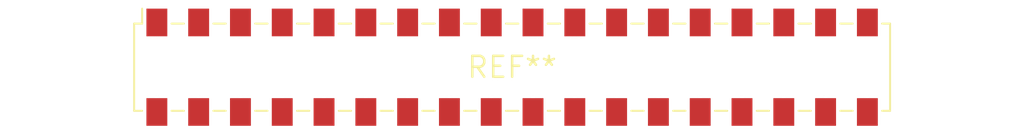
<source format=kicad_pcb>
(kicad_pcb (version 20240108) (generator pcbnew)
  (layers (0 "F.Cu" signal) (31 "B.Cu" signal) (34 "B.Paste" user) (35 "F.Paste" user) (36 "B.SilkS" user "B.Silkscreen") (37 "F.SilkS" user "F.Silkscreen") (38 "B.Mask" user) (39 "F.Mask" user) (44 "Edge.Cuts" user))
  (net 0 "")
  (footprint "Samtec_HLE-118-02-xxx-DV-BE-A_2x18_P2.54mm_Horizontal" (layer "F.Cu") (at 0 0)
    (property "Reference" "REF**")
    (property "Value" "Samtec_HLE-118-02-xxx-DV-BE-A_2x18_P2.54mm_Horizontal")
    (fp_line (start -22.97 -2.65) (end -22.97 2.65) (layer "F.SilkS") (stroke (width 0.12)))
    (fp_line (start -22.97 2.65) (end -22.485 2.65) (layer "F.SilkS") (stroke (width 0.12)))
    (fp_line (start -22.485 -3.56) (end -22.485 -2.65) (layer "F.SilkS") (stroke (width 0.12)))
    (fp_line (start -22.485 -2.65) (end -22.97 -2.65) (layer "F.SilkS") (stroke (width 0.12)))
    (fp_line (start -20.695 -2.65) (end -19.945 -2.65) (layer "F.SilkS") (stroke (width 0.12)))
    (fp_line (start -20.695 2.65) (end -19.945 2.65) (layer "F.SilkS") (stroke (width 0.12)))
    (fp_line (start -18.155 -2.65) (end -17.405 -2.65) (layer "F.SilkS") (stroke (width 0.12)))
    (fp_line (start -18.155 2.65) (end -17.405 2.65) (layer "F.SilkS") (stroke (width 0.12)))
    (fp_line (start -15.615 -2.65) (end -14.865 -2.65) (layer "F.SilkS") (stroke (width 0.12)))
    (fp_line (start -15.615 2.65) (end -14.865 2.65) (layer "F.SilkS") (stroke (width 0.12)))
    (fp_line (start -13.075 -2.65) (end -12.325 -2.65) (layer "F.SilkS") (stroke (width 0.12)))
    (fp_line (start -13.075 2.65) (end -12.325 2.65) (layer "F.SilkS") (stroke (width 0.12)))
    (fp_line (start -10.535 -2.65) (end -9.785 -2.65) (layer "F.SilkS") (stroke (width 0.12)))
    (fp_line (start -10.535 2.65) (end -9.785 2.65) (layer "F.SilkS") (stroke (width 0.12)))
    (fp_line (start -7.995 -2.65) (end -7.245 -2.65) (layer "F.SilkS") (stroke (width 0.12)))
    (fp_line (start -7.995 2.65) (end -7.245 2.65) (layer "F.SilkS") (stroke (width 0.12)))
    (fp_line (start -5.455 -2.65) (end -4.705 -2.65) (layer "F.SilkS") (stroke (width 0.12)))
    (fp_line (start -5.455 2.65) (end -4.705 2.65) (layer "F.SilkS") (stroke (width 0.12)))
    (fp_line (start -2.915 -2.65) (end -2.165 -2.65) (layer "F.SilkS") (stroke (width 0.12)))
    (fp_line (start -2.915 2.65) (end -2.165 2.65) (layer "F.SilkS") (stroke (width 0.12)))
    (fp_line (start -0.375 -2.65) (end 0.375 -2.65) (layer "F.SilkS") (stroke (width 0.12)))
    (fp_line (start -0.375 2.65) (end 0.375 2.65) (layer "F.SilkS") (stroke (width 0.12)))
    (fp_line (start 2.165 -2.65) (end 2.915 -2.65) (layer "F.SilkS") (stroke (width 0.12)))
    (fp_line (start 2.165 2.65) (end 2.915 2.65) (layer "F.SilkS") (stroke (width 0.12)))
    (fp_line (start 4.705 -2.65) (end 5.455 -2.65) (layer "F.SilkS") (stroke (width 0.12)))
    (fp_line (start 4.705 2.65) (end 5.455 2.65) (layer "F.SilkS") (stroke (width 0.12)))
    (fp_line (start 7.245 -2.65) (end 7.995 -2.65) (layer "F.SilkS") (stroke (width 0.12)))
    (fp_line (start 7.245 2.65) (end 7.995 2.65) (layer "F.SilkS") (stroke (width 0.12)))
    (fp_line (start 9.785 -2.65) (end 10.535 -2.65) (layer "F.SilkS") (stroke (width 0.12)))
    (fp_line (start 9.785 2.65) (end 10.535 2.65) (layer "F.SilkS") (stroke (width 0.12)))
    (fp_line (start 12.325 -2.65) (end 13.075 -2.65) (layer "F.SilkS") (stroke (width 0.12)))
    (fp_line (start 12.325 2.65) (end 13.075 2.65) (layer "F.SilkS") (stroke (width 0.12)))
    (fp_line (start 14.865 -2.65) (end 15.615 -2.65) (layer "F.SilkS") (stroke (width 0.12)))
    (fp_line (start 14.865 2.65) (end 15.615 2.65) (layer "F.SilkS") (stroke (width 0.12)))
    (fp_line (start 17.405 -2.65) (end 18.155 -2.65) (layer "F.SilkS") (stroke (width 0.12)))
    (fp_line (start 17.405 2.65) (end 18.155 2.65) (layer "F.SilkS") (stroke (width 0.12)))
    (fp_line (start 19.945 -2.65) (end 20.695 -2.65) (layer "F.SilkS") (stroke (width 0.12)))
    (fp_line (start 19.945 2.65) (end 20.695 2.65) (layer "F.SilkS") (stroke (width 0.12)))
    (fp_line (start 22.485 -2.65) (end 22.97 -2.65) (layer "F.SilkS") (stroke (width 0.12)))
    (fp_line (start 22.97 -2.65) (end 22.97 2.65) (layer "F.SilkS") (stroke (width 0.12)))
    (fp_line (start 22.97 2.65) (end 22.485 2.65) (layer "F.SilkS") (stroke (width 0.12)))
    (pad "" np_thru_hole circle (at -21.59 -1.27) (size 0.97 0.97) (drill 0.97) (layers *.Cu *.Mask))
    (pad "" np_thru_hole circle (at -21.59 1.27) (size 0.97 0.97) (drill 0.97) (layers *.Cu *.Mask))
    (pad "" np_thru_hole circle (at -20.32 0) (size 1.78 1.78) (drill 1.78) (layers *.Cu *.Mask))
    (pad "" np_thru_hole circle (at -19.05 -1.27) (size 0.97 0.97) (drill 0.97) (layers *.Cu *.Mask))
    (pad "" np_thru_hole circle (at -19.05 1.27) (size 0.97 0.97) (drill 0.97) (layers *.Cu *.Mask))
    (pad "" np_thru_hole circle (at -16.51 -1.27) (size 0.97 0.97) (drill 0.97) (layers *.Cu *.Mask))
    (pad "" np_thru_hole circle (at -16.51 1.27) (size 0.97 0.97) (drill 0.97) (layers *.Cu *.Mask))
    (pad "" np_thru_hole circle (at -13.97 -1.27) (size 0.97 0.97) (drill 0.97) (layers *.Cu *.Mask))
    (pad "" np_thru_hole circle (at -13.97 1.27) (size 0.97 0.97) (drill 0.97) (layers *.Cu *.Mask))
    (pad "" np_thru_hole circle (at -11.43 -1.27) (size 0.97 0.97) (drill 0.97) (layers *.Cu *.Mask))
    (pad "" np_thru_hole circle (at -11.43 1.27) (size 0.97 0.97) (drill 0.97) (layers *.Cu *.Mask))
    (pad "" np_thru_hole circle (at -8.89 -1.27) (size 0.97 0.97) (drill 0.97) (layers *.Cu *.Mask))
    (pad "" np_thru_hole circle (at -8.89 1.27) (size 0.97 0.97) (drill 0.97) (layers *.Cu *.Mask))
    (pad "" np_thru_hole circle (at -6.35 -1.27) (size 0.97 0.97) (drill 0.97) (layers *.Cu *.Mask))
    (pad "" np_thru_hole circle (at -6.35 1.27) (size 0.97 0.97) (drill 0.97) (layers *.Cu *.Mask))
    (pad "" np_thru_hole circle (at -3.81 -1.27) (size 0.97 0.97) (drill 0.97) (layers *.Cu *.Mask))
    (pad "" np_thru_hole circle (at -3.81 1.27) (size 0.97 0.97) (drill 0.97) (layers *.Cu *.Mask))
    (pad "" np_thru_hole circle (at -1.27 -1.27) (size 0.97 0.97) (drill 0.97) (layers *.Cu *.Mask))
    (pad "" np_thru_hole circle (at -1.27 1.27) (size 0.97 0.97) (drill 0.97) (layers *.Cu *.Mask))
    (pad "" np_thru_hole circle (at 1.27 -1.27) (size 0.97 0.97) (drill 0.97) (layers *.Cu *.Mask))
    (pad "" np_thru_hole circle (at 1.27 1.27) (size 0.97 0.97) (drill 0.97) (layers *.Cu *.Mask))
    (pad "" np_thru_hole circle (at 3.81 -1.27) (size 0.97 0.97) (drill 0.97) (layers *.Cu *.Mask))
    (pad "" np_thru_hole circle (at 3.81 1.27) (size 0.97 0.97) (drill 0.97) (layers *.Cu *.Mask))
    (pad "" np_thru_hole circle (at 6.35 -1.27) (size 0.97 0.97) (drill 0.97) (layers *.Cu *.Mask))
    (pad "" np_thru_hole circle (at 6.35 1.27) (size 0.97 0.97) (drill 0.97) (layers *.Cu *.Mask))
    (pad "" np_thru_hole circle (at 8.89 -1.27) (size 0.97 0.97) (drill 0.97) (layers *.Cu *.Mask))
    (pad "" np_thru_hole circle (at 8.89 1.27) (size 0.97 0.97) (drill 0.97) (layers *.Cu *.Mask))
    (pad "" np_thru_hole circle (at 11.43 -1.27) (size 0.97 0.97) (drill 0.97) (layers *.Cu *.Mask))
    (pad "" np_thru_hole circle (at 11.43 1.27) (size 0.97 0.97) (drill 0.97) (layers *.Cu *.Mask))
    (pad "" np_thru_hole circle (at 13.97 -1.27) (size 0.97 0.97) (drill 0.97) (layers *.Cu *.Mask))
    (pad "" np_thru_hole circle (at 13.97 1.27) (size 0.97 0.97) (drill 0.97) (layers *.Cu *.Mask))
    (pad "" np_thru_hole circle (at 16.51 -1.27) (size 0.97 0.97) (drill 0.97) (layers *.Cu *.Mask))
    (pad "" np_thru_hole circle (at 16.51 1.27) (size 0.97 0.97) (drill 0.97) (layers *.Cu *.Mask))
    (pad "" np_thru_hole circle (at 19.05 -1.27) (size 0.97 0.97) (drill 0.97) (layers *.Cu *.Mask))
    (pad "" np_thru_hole circle (at 19.05 1.27) (size 0.97 0.97) (drill 0.97) (layers *.Cu *.Mask))
    (pad "" np_thru_hole circle (at 20.32 0) (size 1.78 1.78) (drill 1.78) (layers *.Cu *.Mask))
    (pad "" np_thru_hole circle (at 21.59 -1.27) (size 0.97 0.97) (drill 0.97) (layers *.Cu *.Mask))
    (pad "" np_thru_hole circle (at 21.59 1.27) (size 0.97 0.97) (drill 0.97) (layers *.Cu *.Mask))
    (pad "1" smd rect (at -21.59 -2.72) (size 1.27 1.68) (layers "F.Cu" "F.Paste" "F.Mask"))
    (pad "2" smd rect (at -21.59 2.72) (size 1.27 1.68) (layers "F.Cu" "F.Paste" "F.Mask"))
    (pad "3" smd rect (at -19.05 -2.72) (size 1.27 1.68) (layers "F.Cu" "F.Paste" "F.Mask"))
    (pad "4" smd rect (at -19.05 2.72) (size 1.27 1.68) (layers "F.Cu" "F.Paste" "F.Mask"))
    (pad "5" smd rect (at -16.51 -2.72) (size 1.27 1.68) (layers "F.Cu" "F.Paste" "F.Mask"))
    (pad "6" smd rect (at -16.51 2.72) (size 1.27 1.68) (layers "F.Cu" "F.Paste" "F.Mask"))
    (pad "7" smd rect (at -13.97 -2.72) (size 1.27 1.68) (layers "F.Cu" "F.Paste" "F.Mask"))
    (pad "8" smd rect (at -13.97 2.72) (size 1.27 1.68) (layers "F.Cu" "F.Paste" "F.Mask"))
    (pad "9" smd rect (at -11.43 -2.72) (size 1.27 1.68) (layers "F.Cu" "F.Paste" "F.Mask"))
    (pad "10" smd rect (at -11.43 2.72) (size 1.27 1.68) (layers "F.Cu" "F.Paste" "F.Mask"))
    (pad "11" smd rect (at -8.89 -2.72) (size 1.27 1.68) (layers "F.Cu" "F.Paste" "F.Mask"))
    (pad "12" smd rect (at -8.89 2.72) (size 1.27 1.68) (layers "F.Cu" "F.Paste" "F.Mask"))
    (pad "13" smd rect (at -6.35 -2.72) (size 1.27 1.68) (layers "F.Cu" "F.Paste" "F.Mask"))
    (pad "14" smd rect (at -6.35 2.72) (size 1.27 1.68) (layers "F.Cu" "F.Paste" "F.Mask"))
    (pad "15" smd rect (at -3.81 -2.72) (size 1.27 1.68) (layers "F.Cu" "F.Paste" "F.Mask"))
    (pad "16" smd rect (at -3.81 2.72) (size 1.27 1.68) (layers "F.Cu" "F.Paste" "F.Mask"))
    (pad "17" smd rect (at -1.27 -2.72) (size 1.27 1.68) (layers "F.Cu" "F.Paste" "F.Mask"))
    (pad "18" smd rect (at -1.27 2.72) (size 1.27 1.68) (layers "F.Cu" "F.Paste" "F.Mask"))
    (pad "19" smd rect (at 1.27 -2.72) (size 1.27 1.68) (layers "F.Cu" "F.Paste" "F.Mask"))
    (pad "20" smd rect (at 1.27 2.72) (size 1.27 1.68) (layers "F.Cu" "F.Paste" "F.Mask"))
    (pad "21" smd rect (at 3.81 -2.72) (size 1.27 1.68) (layers "F.Cu" "F.Paste" "F.Mask"))
    (pad "22" smd rect (at 3.81 2.72) (size 1.27 1.68) (layers "F.Cu" "F.Paste" "F.Mask"))
    (pad "23" smd rect (at 6.35 -2.72) (size 1.27 1.68) (layers "F.Cu" "F.Paste" "F.Mask"))
    (pad "24" smd rect (at 6.35 2.72) (size 1.27 1.68) (layers "F.Cu" "F.Paste" "F.Mask"))
    (pad "25" smd rect (at 8.89 -2.72) (size 1.27 1.68) (layers "F.Cu" "F.Paste" "F.Mask"))
    (pad "26" smd rect (at 8.89 2.72) (size 1.27 1.68) (layers "F.Cu" "F.Paste" "F.Mask"))
    (pad "27" smd rect (at 11.43 -2.72) (size 1.27 1.68) (layers "F.Cu" "F.Paste" "F.Mask"))
    (pad "28" smd rect (at 11.43 2.72) (size 1.27 1.68) (layers "F.Cu" "F.Paste" "F.Mask"))
    (pad "29" smd rect (at 13.97 -2.72) (size 1.27 1.68) (layers "F.Cu" "F.Paste" "F.Mask"))
    (pad "30" smd rect (at 13.97 2.72) (size 1.27 1.68) (layers "F.Cu" "F.Paste" "F.Mask"))
    (pad "31" smd rect (at 16.51 -2.72) (size 1.27 1.68) (layers "F.Cu" "F.Paste" "F.Mask"))
    (pad "32" smd rect (at 16.51 2.72) (size 1.27 1.68) (layers "F.Cu" "F.Paste" "F.Mask"))
    (pad "33" smd rect (at 19.05 -2.72) (size 1.27 1.68) (layers "F.Cu" "F.Paste" "F.Mask"))
    (pad "34" smd rect (at 19.05 2.72) (size 1.27 1.68) (layers "F.Cu" "F.Paste" "F.Mask"))
    (pad "35" smd rect (at 21.59 -2.72) (size 1.27 1.68) (layers "F.Cu" "F.Paste" "F.Mask"))
    (pad "36" smd rect (at 21.59 2.72) (size 1.27 1.68) (layers "F.Cu" "F.Paste" "F.Mask"))
  )
)
</source>
